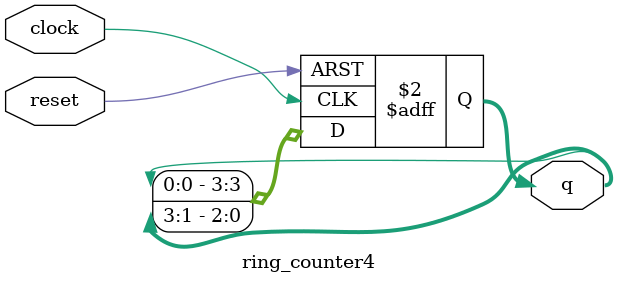
<source format=v>
module ring_counter4(clock, reset, q);
    input clock, reset;
    output reg [3:0] q;

    always @(posedge clock or posedge reset)
        if (reset)
            q <= 4'b1110;
        else
            q <= {q[0], q[3:1]}; 
endmodule

</source>
